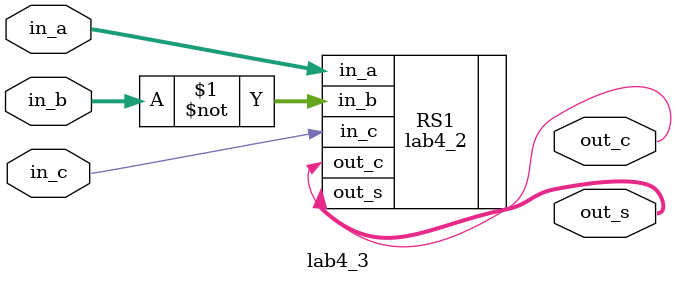
<source format=v>
/* CSED273 lab4 experiment 3 */
/* lab4_3.v */

/* Implement 5-Bit Ripple Subtractor
 * You must use lab4_2 module in lab4_2.v
 * You may use keword "assign" and bitwise opeartor
 * or just implement with gate-level modeling */
module lab4_3(
    input [4:0] in_a,
    input [4:0] in_b,
    input in_c,
    output [4:0] out_s,
    output out_c
    );
    
    wire [5:0] carry;
    
    lab4_2 RS1(
    .in_a(in_a),
    .in_b(~in_b),
    .in_c(in_c),
    .out_s(out_s),
    .out_c(out_c)
    );

endmodule
</source>
